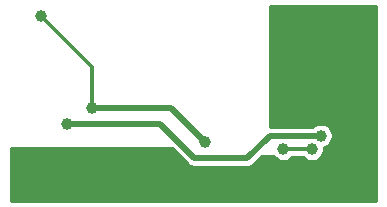
<source format=gbr>
G04 #@! TF.GenerationSoftware,KiCad,Pcbnew,5.1.5-52549c5~86~ubuntu19.10.1*
G04 #@! TF.CreationDate,2020-04-21T11:36:23+02:00*
G04 #@! TF.ProjectId,funcdec_uni.hw,66756e63-6465-4635-9f75-6e692e68772e,1*
G04 #@! TF.SameCoordinates,Original*
G04 #@! TF.FileFunction,Copper,L2,Bot*
G04 #@! TF.FilePolarity,Positive*
%FSLAX46Y46*%
G04 Gerber Fmt 4.6, Leading zero omitted, Abs format (unit mm)*
G04 Created by KiCad (PCBNEW 5.1.5-52549c5~86~ubuntu19.10.1) date 2020-04-21 11:36:23*
%MOMM*%
%LPD*%
G04 APERTURE LIST*
%ADD10C,1.000000*%
%ADD11C,0.380000*%
%ADD12C,0.500000*%
%ADD13C,0.254000*%
G04 APERTURE END LIST*
D10*
X22098000Y-28829000D03*
X23495000Y-28829000D03*
X27940000Y-28829000D03*
X38862000Y-21717000D03*
X38862000Y-14859000D03*
X38862000Y-18288000D03*
X37465000Y-28067000D03*
X37465000Y-26606500D03*
X31305500Y-28829000D03*
X16891000Y-28829000D03*
X16891000Y-27686000D03*
X23241000Y-25908000D03*
X38862000Y-16573500D03*
X38862000Y-20002500D03*
X29718000Y-24750510D03*
X15811500Y-14033500D03*
X20129500Y-21844000D03*
X39497000Y-24193500D03*
X17970500Y-23177500D03*
X36322000Y-25336500D03*
X38735000Y-25336500D03*
D11*
X15811500Y-14033500D02*
X20129500Y-18351500D01*
D12*
X29718000Y-24750510D02*
X26811490Y-21844000D01*
D11*
X20129500Y-18351500D02*
X20129500Y-21136894D01*
X20129500Y-21136894D02*
X20129500Y-21844000D01*
D12*
X26811490Y-21844000D02*
X20129500Y-21844000D01*
X35179000Y-24193500D02*
X33274000Y-26098500D01*
X39497000Y-24193500D02*
X35179000Y-24193500D01*
X33274000Y-26098500D02*
X28765500Y-26098500D01*
X25844500Y-23177500D02*
X17970500Y-23177500D01*
X28765500Y-26098500D02*
X25844500Y-23177500D01*
D11*
X36322000Y-25336500D02*
X38735000Y-25336500D01*
D13*
G36*
X44171001Y-29693000D02*
G01*
X13233000Y-29693000D01*
X13233000Y-25273000D01*
X26868027Y-25273000D01*
X28203185Y-26608159D01*
X28226920Y-26637080D01*
X28342340Y-26731803D01*
X28474023Y-26802189D01*
X28616906Y-26845532D01*
X28765500Y-26860167D01*
X28802732Y-26856500D01*
X33236768Y-26856500D01*
X33274000Y-26860167D01*
X33311232Y-26856500D01*
X33422594Y-26845532D01*
X33565477Y-26802189D01*
X33697160Y-26731803D01*
X33812580Y-26637080D01*
X33836323Y-26608149D01*
X34536473Y-25908000D01*
X35491553Y-25908000D01*
X35539035Y-25979062D01*
X35679438Y-26119465D01*
X35844533Y-26229778D01*
X36027977Y-26305763D01*
X36222721Y-26344500D01*
X36421279Y-26344500D01*
X36616023Y-26305763D01*
X36799467Y-26229778D01*
X36964562Y-26119465D01*
X37049527Y-26034500D01*
X38007473Y-26034500D01*
X38092438Y-26119465D01*
X38257533Y-26229778D01*
X38440977Y-26305763D01*
X38635721Y-26344500D01*
X38834279Y-26344500D01*
X39029023Y-26305763D01*
X39212467Y-26229778D01*
X39377562Y-26119465D01*
X39517965Y-25979062D01*
X39628278Y-25813967D01*
X39704263Y-25630523D01*
X39743000Y-25435779D01*
X39743000Y-25237221D01*
X39730581Y-25174786D01*
X39791023Y-25162763D01*
X39974467Y-25086778D01*
X40139562Y-24976465D01*
X40279965Y-24836062D01*
X40390278Y-24670967D01*
X40466263Y-24487523D01*
X40505000Y-24292779D01*
X40505000Y-24094221D01*
X40466263Y-23899477D01*
X40390278Y-23716033D01*
X40279965Y-23550938D01*
X40139562Y-23410535D01*
X39974467Y-23300222D01*
X39791023Y-23224237D01*
X39596279Y-23185500D01*
X39397721Y-23185500D01*
X39202977Y-23224237D01*
X39019533Y-23300222D01*
X38854438Y-23410535D01*
X38829473Y-23435500D01*
X35216232Y-23435500D01*
X35179000Y-23431833D01*
X35179000Y-13233000D01*
X44171000Y-13233000D01*
X44171001Y-29693000D01*
G37*
X44171001Y-29693000D02*
X13233000Y-29693000D01*
X13233000Y-25273000D01*
X26868027Y-25273000D01*
X28203185Y-26608159D01*
X28226920Y-26637080D01*
X28342340Y-26731803D01*
X28474023Y-26802189D01*
X28616906Y-26845532D01*
X28765500Y-26860167D01*
X28802732Y-26856500D01*
X33236768Y-26856500D01*
X33274000Y-26860167D01*
X33311232Y-26856500D01*
X33422594Y-26845532D01*
X33565477Y-26802189D01*
X33697160Y-26731803D01*
X33812580Y-26637080D01*
X33836323Y-26608149D01*
X34536473Y-25908000D01*
X35491553Y-25908000D01*
X35539035Y-25979062D01*
X35679438Y-26119465D01*
X35844533Y-26229778D01*
X36027977Y-26305763D01*
X36222721Y-26344500D01*
X36421279Y-26344500D01*
X36616023Y-26305763D01*
X36799467Y-26229778D01*
X36964562Y-26119465D01*
X37049527Y-26034500D01*
X38007473Y-26034500D01*
X38092438Y-26119465D01*
X38257533Y-26229778D01*
X38440977Y-26305763D01*
X38635721Y-26344500D01*
X38834279Y-26344500D01*
X39029023Y-26305763D01*
X39212467Y-26229778D01*
X39377562Y-26119465D01*
X39517965Y-25979062D01*
X39628278Y-25813967D01*
X39704263Y-25630523D01*
X39743000Y-25435779D01*
X39743000Y-25237221D01*
X39730581Y-25174786D01*
X39791023Y-25162763D01*
X39974467Y-25086778D01*
X40139562Y-24976465D01*
X40279965Y-24836062D01*
X40390278Y-24670967D01*
X40466263Y-24487523D01*
X40505000Y-24292779D01*
X40505000Y-24094221D01*
X40466263Y-23899477D01*
X40390278Y-23716033D01*
X40279965Y-23550938D01*
X40139562Y-23410535D01*
X39974467Y-23300222D01*
X39791023Y-23224237D01*
X39596279Y-23185500D01*
X39397721Y-23185500D01*
X39202977Y-23224237D01*
X39019533Y-23300222D01*
X38854438Y-23410535D01*
X38829473Y-23435500D01*
X35216232Y-23435500D01*
X35179000Y-23431833D01*
X35179000Y-13233000D01*
X44171000Y-13233000D01*
X44171001Y-29693000D01*
M02*

</source>
